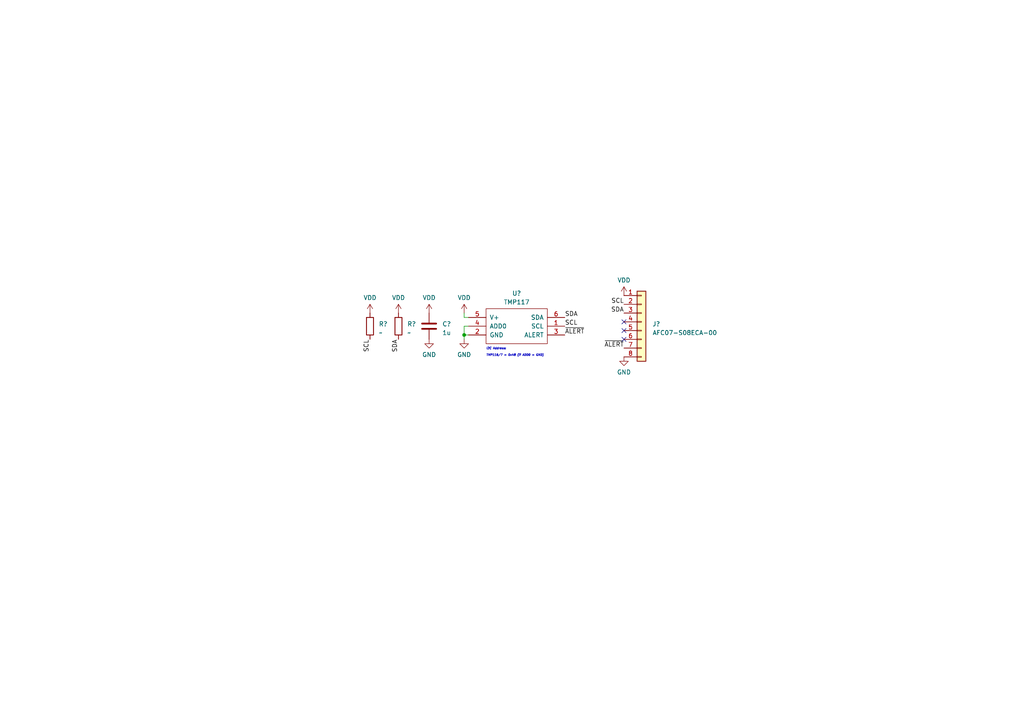
<source format=kicad_sch>
(kicad_sch (version 20210126) (generator eeschema)
  (paper "A4")
  (lib_symbols
    (symbol "Connector_Generic:Conn_01x08" (pin_names (offset 1.016) hide)
      (property "Reference" "J" (at 0 10.16 0))
      (property "Value" "Conn_01x08" (at 0 -12.7 0))
      (symbol "Conn_01x08_1_1"
        (rectangle (start -1.27 -10.033) (end 0 -10.287) (stroke (width 0.1524)))
        (rectangle (start -1.27 -7.493) (end 0 -7.747) (stroke (width 0.1524)))
        (rectangle (start -1.27 -4.953) (end 0 -5.207) (stroke (width 0.1524)))
        (rectangle (start -1.27 -2.413) (end 0 -2.667) (stroke (width 0.1524)))
        (rectangle (start -1.27 0.127) (end 0 -0.127) (stroke (width 0.1524)))
        (rectangle (start -1.27 2.667) (end 0 2.413) (stroke (width 0.1524)))
        (rectangle (start -1.27 5.207) (end 0 4.953) (stroke (width 0.1524)))
        (rectangle (start -1.27 7.747) (end 0 7.493) (stroke (width 0.1524)))
        (rectangle (start -1.27 8.89) (end 1.27 -11.43) (stroke (width 0.254)) (fill (type background)))
        (pin passive line (at -5.08 7.62 0) (length 3.81) (name "Pin_1") (number "1"))
        (pin passive line (at -5.08 5.08 0) (length 3.81) (name "Pin_2") (number "2"))
        (pin passive line (at -5.08 2.54 0) (length 3.81) (name "Pin_3") (number "3"))
        (pin passive line (at -5.08 0 0) (length 3.81) (name "Pin_4") (number "4"))
        (pin passive line (at -5.08 -2.54 0) (length 3.81) (name "Pin_5") (number "5"))
        (pin passive line (at -5.08 -5.08 0) (length 3.81) (name "Pin_6") (number "6"))
        (pin passive line (at -5.08 -7.62 0) (length 3.81) (name "Pin_7") (number "7"))
        (pin passive line (at -5.08 -10.16 0) (length 3.81) (name "Pin_8") (number "8"))
      )
    )
    (symbol "Device:C" (pin_numbers hide) (pin_names (offset 0.254))
      (property "Reference" "C" (at 0.635 2.54 0))
      (property "Value" "C" (at 0.635 -2.54 0))
      (symbol "C_0_1"
        (polyline (pts (xy -2.032 -0.762) (xy 2.032 -0.762)) (stroke (width 0.508)))
        (polyline (pts (xy -2.032 0.762) (xy 2.032 0.762)) (stroke (width 0.508)))
      )
      (symbol "C_1_1"
        (pin passive line (at 0 3.81 270) (length 2.794) (name "~") (number "1"))
        (pin passive line (at 0 -3.81 90) (length 2.794) (name "~") (number "2"))
      )
    )
    (symbol "Device:R" (pin_numbers hide) (pin_names (offset 0))
      (property "Reference" "R" (at 2.032 0 90))
      (property "Value" "R" (at 0 0 90))
      (symbol "R_0_1"
        (rectangle (start -1.016 -2.54) (end 1.016 2.54) (stroke (width 0.254)))
      )
      (symbol "R_1_1"
        (pin passive line (at 0 3.81 270) (length 1.27) (name "~") (number "1"))
        (pin passive line (at 0 -3.81 90) (length 1.27) (name "~") (number "2"))
      )
    )
    (symbol "power:GND" (power) (pin_names (offset 0))
      (property "Value" "GND" (at 0 -3.81 0))
      (symbol "GND_0_1"
        (polyline (pts (xy 0 0) (xy 0 -1.27) (xy 1.27 -1.27) (xy 0 -2.54) (xy -1.27 -1.27) (xy 0 -1.27)))
      )
      (symbol "GND_1_1"
        (pin power_in line (at 0 0 270) (length 0) hide (name "GND") (number "1"))
      )
    )
    (symbol "power:VDD" (power) (pin_names (offset 0))
      (property "Value" "VDD" (at 0 3.81 0))
      (symbol "VDD_0_1"
        (polyline (pts (xy -0.762 1.27) (xy 0 2.54)))
        (polyline (pts (xy 0 0) (xy 0 2.54)))
        (polyline (pts (xy 0 2.54) (xy 0.762 1.27)))
      )
      (symbol "VDD_1_1"
        (pin power_in line (at 0 0 90) (length 0) hide (name "VDD") (number "1"))
      )
    )
    (symbol "tmp117:TMP117" (pin_names (offset 1.016))
      (property "Reference" "U" (at 0 6.35 0))
      (property "Value" "TMP117" (at 0 -6.35 0))
      (symbol "TMP117_0_1"
        (rectangle (start -8.89 5.08) (end 8.89 -5.08))
      )
      (symbol "TMP117_1_1"
        (pin input line (at 13.97 0 180) (length 5.08) (name "SCL") (number "1"))
        (pin power_in line (at -13.97 -2.54 0) (length 5.08) (name "GND") (number "2"))
        (pin output line (at 13.97 -2.54 180) (length 5.08) (name "ALERT") (number "3"))
        (pin input line (at -13.97 0 0) (length 5.08) (name "ADD0") (number "4"))
        (pin power_in line (at -13.97 2.54 0) (length 5.08) (name "V+") (number "5"))
        (pin bidirectional line (at 13.97 2.54 180) (length 5.08) (name "SDA") (number "6"))
      )
    )
  )
  (junction (at 134.62 97.155) (diameter 0.9144))
  (no_connect (at 180.975 93.345))
  (no_connect (at 180.975 95.885))
  (no_connect (at 180.975 98.425))
  (wire (pts (xy 134.62 92.075) (xy 134.62 90.805)))
  (wire (pts (xy 134.62 94.615) (xy 134.62 97.155)))
  (wire (pts (xy 134.62 97.155) (xy 134.62 98.425)))
  (wire (pts (xy 134.62 97.155) (xy 135.89 97.155)))
  (wire (pts (xy 135.89 92.075) (xy 134.62 92.075)))
  (wire (pts (xy 135.89 94.615) (xy 134.62 94.615)))
  (text "I2C Address:\n\nTMP116/7 = 0x48 (if ADD0 = GND)" (at 140.97 103.505 0) (effects (font (size 0.6 0.6) italic) (justify left bottom)))
  (label "SCL" (at 107.315 98.425 270))
  (label "SDA" (at 115.57 98.425 270))
  (label "SDA" (at 163.83 92.075 0))
  (label "SCL" (at 163.83 94.615 0))
  (label "~ALERT" (at 163.83 97.155 0))
  (label "SCL" (at 180.975 88.265 180))
  (label "SDA" (at 180.975 90.805 180))
  (label "~ALERT" (at 180.975 100.965 180))
  (symbol (lib_id "power:VDD") (at 107.315 90.805 0) (unit 1)
    (property "Reference" "#PWR?" (effects hide))
    (property "Value" "VDD" (at 107.315 86.36 0))
  )
  (symbol (lib_id "power:VDD") (at 115.57 90.805 0) (unit 1)
    (property "Reference" "#PWR?" (effects hide))
    (property "Value" "VDD" (at 115.57 86.36 0))
  )
  (symbol (lib_id "power:VDD") (at 124.46 90.805 0) (unit 1)
    (property "Reference" "#PWR?" (effects hide))
    (property "Value" "VDD" (at 124.46 86.36 0))
  )
  (symbol (lib_id "power:VDD") (at 134.62 90.805 0) (unit 1)
    (property "Reference" "#PWR?" (effects hide))
    (property "Value" "VDD" (at 134.62 86.36 0))
  )
  (symbol (lib_id "power:VDD") (at 180.975 85.725 0) (unit 1)
    (property "Reference" "#PWR?" (effects hide))
    (property "Value" "VDD" (at 180.975 81.28 0))
  )
  (symbol (lib_id "power:GND") (at 124.46 98.425 0) (unit 1)
    (property "Reference" "#PWR?" (effects hide))
    (property "Value" "GND" (at 124.46 102.87 0))
  )
  (symbol (lib_id "power:GND") (at 134.62 98.425 0) (unit 1)
    (property "Reference" "#PWR?" (effects hide))
    (property "Value" "GND" (at 134.62 102.87 0))
  )
  (symbol (lib_id "power:GND") (at 180.975 103.505 0) (unit 1)
    (property "Reference" "#PWR?" (effects hide))
    (property "Value" "GND" (at 180.975 107.95 0))
  )
  (symbol (lib_id "Device:R") (at 107.315 94.615 0) (unit 1)
    (property "Reference" "R?" (at 109.855 93.9799 0) (effects (justify left)))
    (property "Value" "~" (at 109.855 96.5199 0) (effects (justify left)))
  )
  (symbol (lib_id "Device:R") (at 115.57 94.615 0) (unit 1)
    (property "Reference" "R?" (at 118.11 93.9799 0) (effects (justify left)))
    (property "Value" "~" (at 118.11 96.5199 0) (effects (justify left)))
  )
  (symbol (lib_id "Device:C") (at 124.46 94.615 0) (unit 1)
    (property "Reference" "C?" (at 128.27 93.9799 0) (effects (justify left)))
    (property "Value" "1u" (at 128.27 96.5199 0) (effects (justify left)))
  )
  (symbol (lib_id "Connector_Generic:Conn_01x08") (at 186.055 93.345 0) (unit 1)
    (property "Reference" "J?" (at 189.23 93.9799 0) (effects (justify left)))
    (property "Value" "AFC07-S08ECA-00" (at 189.23 96.5199 0) (effects (justify left)))
  )
  (symbol (lib_id "tmp117:TMP117") (at 149.86 94.615 0) (unit 1)
    (property "Reference" "U?" (at 149.86 85.09 0))
    (property "Value" "TMP117" (at 149.86 87.63 0))
  )
)
</source>
